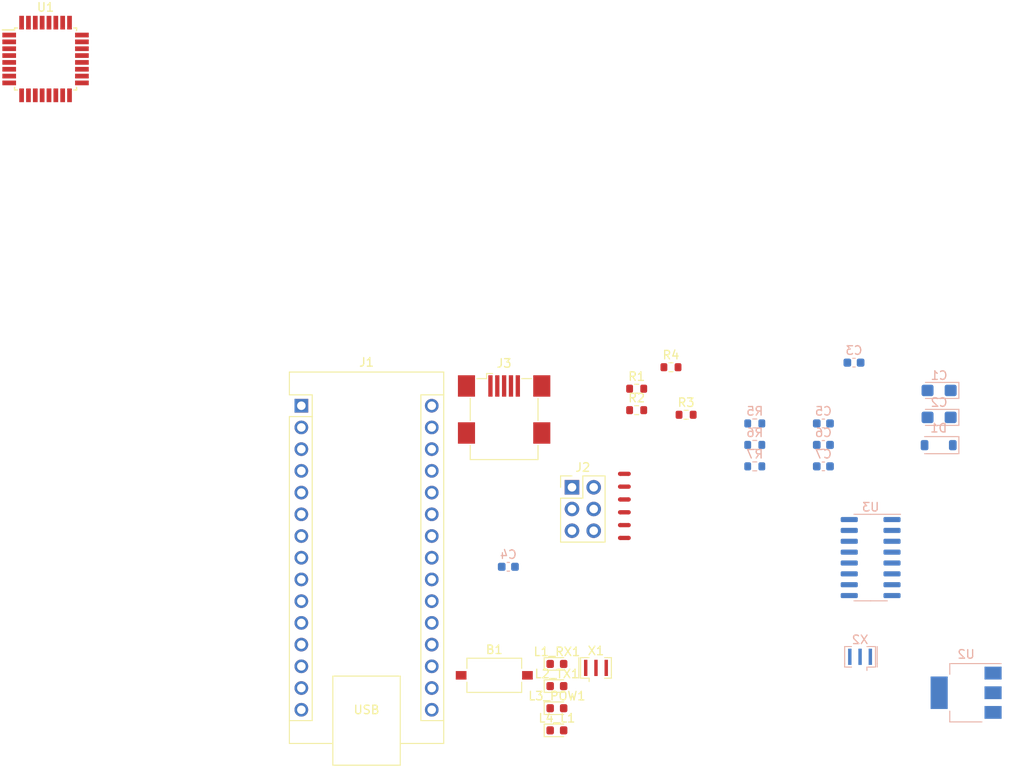
<source format=kicad_pcb>
(kicad_pcb (version 20221018) (generator pcbnew)
  (layers (0 "F.Cu" signal) (31 "B.Cu" signal) (34 "B.Paste" user) (35 "F.Paste" user) (36 "B.SilkS" user "B.Silkscreen") (37 "F.SilkS" user "F.Silkscreen") (38 "B.Mask" user) (39 "F.Mask" user) (44 "Edge.Cuts" user))
  (net 0 "")
  (net 1 "/tx_ch340")
  (net 2 "/pd0")
  (net 3 "/rx_ch340")
  (net 4 "/pd1")
  (net 5 "/pc6")
  (net 6 "+5V")
  (net 7 "+12V")
  (net 8 "Net-(U3-V3)")
  (net 9 "Net-(D1-A)")
  (net 10 "/pd2")
  (net 11 "/pd3")
  (net 12 "/pd4")
  (net 13 "/pd5")
  (net 14 "/pd6")
  (net 15 "/pd7")
  (net 16 "/pb0")
  (net 17 "/pb1")
  (net 18 "/pb2")
  (net 19 "/mosi")
  (net 20 "/miso")
  (net 21 "/pb5")
  (net 22 "+3V3")
  (net 23 "/aref")
  (net 24 "/adc0")
  (net 25 "/adc1")
  (net 26 "/adc2")
  (net 27 "/adc3")
  (net 28 "/adc4")
  (net 29 "/adc5")
  (net 30 "/adc6")
  (net 31 "/adc7")
  (net 32 "/usb_negative")
  (net 33 "/usb_plus")
  (net 34 "/usb_id")
  (net 35 "Net-(L1_RX1-K)")
  (net 36 "Net-(L2_TX1-K)")
  (net 37 "Net-(L3_POW1-A)")
  (net 38 "Net-(L4_L1-A)")
  (net 39 "/d13")
  (net 40 "Net-(U3-TXD)")
  (net 41 "Net-(U3-RXD)")
  (net 42 "/dtr")
  (net 43 "/pb6")
  (net 44 "/pb7")
  (net 45 "/xtal1_ch340")
  (net 46 "/xtal2_ch340")
  (net 47 "/cts")
  (net 48 "/dsr")
  (net 49 "/ri")
  (net 50 "/dcd")
  (net 51 "/rtr")
  (net 52 "/r232")
  (net 53 "GND")
  (footprint "oomlout_oomp_part_footprints:l6r_electronic_led_0603_red" (layer "F.Cu") (at 59.767 69.883)
    (fp_text reference "L3_POW1" (at 0 -1.43) (layer "F.SilkS"))
    (fp_text value "l6r")
    (fp_line (start -1.485 -0.735) (end -1.485 0.735) (stroke (width 0.12)) (layer "F.SilkS"))
    (fp_line (start -1.485 0.735) (end 0.8 0.735) (stroke (width 0.12)) (layer "F.SilkS"))
    (fp_line (start 0.8 -0.735) (end -1.485 -0.735) (stroke (width 0.12)) (layer "F.SilkS"))
    (pad "1" smd roundrect (at -0.7875 0) (size 0.875 0.95) (layers "F.Cu" "F.Paste" "F.Mask") (net 53 "GND"))
    (pad "2" smd roundrect (at 0.7875 0) (size 0.875 0.95) (layers "F.Cu" "F.Paste" "F.Mask") (net 37 "Net-(L3_POW1-A)"))
  )
  (footprint "oomlout_oomp_part_footprints:scumnsmo_electronic_socket_usb_mini_surface_mount_only" (layer "F.Cu") (at 53.597 34.793)
    (fp_text reference "J3" (at 0 -5.25) (layer "F.SilkS"))
    (fp_text value "scumnsmo")
    (fp_line (start -3.96 1.45) (end -3.96 -1.15) (stroke (width 0.12)) (layer "F.SilkS"))
    (fp_line (start -3.96 4.35) (end -3.96 6.01) (stroke (width 0.12)) (layer "F.SilkS"))
    (fp_line (start -3.96 6.01) (end 3.96 6.01) (stroke (width 0.12)) (layer "F.SilkS"))
    (fp_line (start -3.2 -3.46) (end -2.05 -3.46) (stroke (width 0.12)) (layer "F.SilkS"))
    (fp_line (start -2.05 -4.05) (end -1.35 -4.05) (stroke (width 0.12)) (layer "F.SilkS"))
    (fp_line (start -2.05 -3.46) (end -2.05 -4.05) (stroke (width 0.12)) (layer "F.SilkS"))
    (fp_line (start 2.05 -3.46) (end 3.2 -3.46) (stroke (width 0.12)) (layer "F.SilkS"))
    (fp_line (start 3.96 -1.15) (end 3.96 1.45) (stroke (width 0.12)) (layer "F.SilkS"))
    (fp_line (start 3.96 6.01) (end 3.96 4.35) (stroke (width 0.12)) (layer "F.SilkS"))
    (pad "" np_thru_hole circle (at -2.2 0) (size 0.9 0.9) (drill 0.9) (layers "*.Cu" "*.Mask"))
    (pad "" np_thru_hole circle (at 2.2 0) (size 0.9 0.9) (drill 0.9) (layers "*.Cu" "*.Mask"))
    (pad "1" smd rect (at -1.6 -2.6) (size 0.5 2.5) (layers "F.Cu" "F.Paste" "F.Mask") (net 9 "Net-(D1-A)"))
    (pad "2" smd rect (at -0.8 -2.6) (size 0.5 2.5) (layers "F.Cu" "F.Paste" "F.Mask") (net 32 "/usb_negative"))
    (pad "3" smd rect (at 0 -2.6) (size 0.5 2.5) (layers "F.Cu" "F.Paste" "F.Mask") (net 33 "/usb_plus"))
    (pad "4" smd rect (at 0.8 -2.6) (size 0.5 2.5) (layers "F.Cu" "F.Paste" "F.Mask") (net 34 "/usb_id"))
    (pad "5" smd rect (at 1.6 -2.6) (size 0.5 2.5) (layers "F.Cu" "F.Paste" "F.Mask") (net 53 "GND"))
    (pad "6" smd rect (at -4.4 -2.6) (size 2 2.5) (layers "F.Cu" "F.Paste" "F.Mask") (net 53 "GND"))
    (pad "6" smd rect (at -4.4 2.9) (size 2 2.5) (layers "F.Cu" "F.Paste" "F.Mask") (net 53 "GND"))
    (pad "6" smd rect (at 4.4 -2.6) (size 2 2.5) (layers "F.Cu" "F.Paste" "F.Mask") (net 53 "GND"))
    (pad "6" smd rect (at 4.4 2.9) (size 2 2.5) (layers "F.Cu" "F.Paste" "F.Mask") (net 53 "GND"))
  )
  (footprint "oomlout_oomp_part_footprints:xcr3213mhz16_electronic_ceramic_resonator_3213_3_pin_ground_pin_2_16_mega_hertz" (layer "F.Cu") (at 64.332 65.168)
    (fp_text reference "X1" (at 0 -2) (layer "F.SilkS"))
    (fp_text value "xcr3213mhz16")
    (fp_line (start -2 -1.2) (end -2 0.8) (stroke (width 0.12)) (layer "F.SilkS"))
    (fp_line (start -2 0.8) (end -2 1.2) (stroke (width 0.12)) (layer "F.SilkS"))
    (fp_line (start -1.8 -1.2) (end -0.8 -1.2) (stroke (width 0.12)) (layer "F.SilkS"))
    (fp_line (start -1.8 0.8) (end -1.8 -1.2) (stroke (width 0.12)) (layer "F.SilkS"))
    (fp_line (start -1.8 0.8) (end -1.8 1.2) (stroke (width 0.12)) (layer "F.SilkS"))
    (fp_line (start -0.8 1.2) (end -1.8 1.2) (stroke (width 0.12)) (layer "F.SilkS"))
    (fp_line (start -0.8 1.2) (end -0.8 1.6) (stroke (width 0.12)) (layer "F.SilkS"))
    (fp_line (start 1 -1.2) (end 1.8 -1.2) (stroke (width 0.12)) (layer "F.SilkS"))
    (fp_line (start 1.8 -1.2) (end 1.8 0.8) (stroke (width 0.12)) (layer "F.SilkS"))
    (fp_line (start 1.8 0.8) (end 1.8 1.2) (stroke (width 0.12)) (layer "F.SilkS"))
    (fp_line (start 1.8 1.2) (end 1 1.2) (stroke (width 0.12)) (layer "F.SilkS"))
    (pad "1" smd rect (at -1.2 0) (size 0.4 1.9) (layers "F.Cu" "F.Paste" "F.Mask") (net 43 "/pb6"))
    (pad "2" smd rect (at 0 0) (size 0.4 1.9) (layers "F.Cu" "F.Paste" "F.Mask") (net 53 "GND"))
    (pad "3" smd rect (at 1.2 0) (size 0.4 1.9) (layers "F.Cu" "F.Paste" "F.Mask") (net 44 "/pb7"))
  )
  (footprint "oomlout_oomp_part_footprints:l6r_electronic_led_0603_red" (layer "F.Cu") (at 59.767 67.293)
    (fp_text reference "L2_TX1" (at 0 -1.43) (layer "F.SilkS"))
    (fp_text value "l6r")
    (fp_line (start -1.485 -0.735) (end -1.485 0.735) (stroke (width 0.12)) (layer "F.SilkS"))
    (fp_line (start -1.485 0.735) (end 0.8 0.735) (stroke (width 0.12)) (layer "F.SilkS"))
    (fp_line (start 0.8 -0.735) (end -1.485 -0.735) (stroke (width 0.12)) (layer "F.SilkS"))
    (pad "1" smd roundrect (at -0.7875 0) (size 0.875 0.95) (layers "F.Cu" "F.Paste" "F.Mask") (net 36 "Net-(L2_TX1-K)"))
    (pad "2" smd roundrect (at 0.7875 0) (size 0.875 0.95) (layers "F.Cu" "F.Paste" "F.Mask") (net 6 "+5V"))
  )
  (footprint "oomlout_oomp_part_footprints:r6o102_electronic_resistor_0603_1000_ohm" (layer "F.Cu") (at 74.867 35.56)
    (fp_text reference "R3" (at 0 -1.43) (layer "F.SilkS"))
    (fp_text value "r6o102")
    (fp_line (start -0.237258 -0.5225) (end 0.237258 -0.5225) (stroke (width 0.12)) (layer "F.SilkS"))
    (fp_line (start -0.237258 0.5225) (end 0.237258 0.5225) (stroke (width 0.12)) (layer "F.SilkS"))
    (pad "1" smd roundrect (at -0.825 0) (size 0.8 0.95) (layers "F.Cu" "F.Paste" "F.Mask") (net 37 "Net-(L3_POW1-A)"))
    (pad "2" smd roundrect (at 0.825 0) (size 0.8 0.95) (layers "F.Cu" "F.Paste" "F.Mask") (net 6 "+5V"))
  )
  (footprint "oomlout_oomp_part_footprints:nt2_electronic_nettie_2_nets_smd" (layer "F.Cu") (at 67.652 46.968)
    (fp_text reference "nt2" hide)
    (fp_text value "nt2" hide)
    (fp_poly (pts (xy -0.5 -0.25) (xy 0.5 -0.25) (xy 0.5 0.25) (xy -0.5 0.25)) (fill solid) (layer "F.Cu"))
    (pad "1" smd circle (at -0.5 0) (size 0.5 0.5) (layers "F.Cu") (net 2 "/pd0"))
    (pad "2" smd circle (at 0.5 0) (size 0.5 0.5) (layers "F.Cu") (net 1 "/tx_ch340"))
  )
  (footprint "oomlout_oomp_part_footprints:r6o102_electronic_resistor_0603_1000_ohm" (layer "F.Cu") (at 73.098 30.002)
    (fp_text reference "R4" (at 0 -1.43) (layer "F.SilkS"))
    (fp_text value "r6o102")
    (fp_line (start -0.237258 -0.5225) (end 0.237258 -0.5225) (stroke (width 0.12)) (layer "F.SilkS"))
    (fp_line (start -0.237258 0.5225) (end 0.237258 0.5225) (stroke (width 0.12)) (layer "F.SilkS"))
    (pad "1" smd roundrect (at -0.825 0) (size 0.8 0.95) (layers "F.Cu" "F.Paste" "F.Mask") (net 38 "Net-(L4_L1-A)"))
    (pad "2" smd roundrect (at 0.825 0) (size 0.8 0.95) (layers "F.Cu" "F.Paste" "F.Mask") (net 39 "/d13"))
  )
  (footprint "oomlout_oomp_part_footprints:l6r_electronic_led_0603_red" (layer "F.Cu") (at 59.767 72.473)
    (fp_text reference "L4_L1" (at 0 -1.43) (layer "F.SilkS"))
    (fp_text value "l6r")
    (fp_line (start -1.485 -0.735) (end -1.485 0.735) (stroke (width 0.12)) (layer "F.SilkS"))
    (fp_line (start -1.485 0.735) (end 0.8 0.735) (stroke (width 0.12)) (layer "F.SilkS"))
    (fp_line (start 0.8 -0.735) (end -1.485 -0.735) (stroke (width 0.12)) (layer "F.SilkS"))
    (pad "1" smd roundrect (at -0.7875 0) (size 0.875 0.95) (layers "F.Cu" "F.Paste" "F.Mask") (net 53 "GND"))
    (pad "2" smd roundrect (at 0.7875 0) (size 0.875 0.95) (layers "F.Cu" "F.Paste" "F.Mask") (net 38 "Net-(L4_L1-A)"))
  )
  (footprint "oomlout_oomp_part_footprints:nt2_electronic_nettie_2_nets_smd" (layer "F.Cu") (at 67.652 49.968)
    (fp_text reference "nt6" hide)
    (fp_text value "nt2" hide)
    (fp_poly (pts (xy -0.5 -0.25) (xy 0.5 -0.25) (xy 0.5 0.25) (xy -0.5 0.25)) (fill solid) (layer "F.Cu"))
    (pad "1" smd circle (at -0.5 0) (size 0.5 0.5) (layers "F.Cu") (net 2 "/pd0"))
    (pad "2" smd circle (at 0.5 0) (size 0.5 0.5) (layers "F.Cu") (net 2 "/pd0"))
  )
  (footprint "oomlout_oomp_part_footprints:nt2_electronic_nettie_2_nets_smd" (layer "F.Cu") (at 67.652 42.468)
    (fp_text reference "1111" hide)
    (fp_text value "nt2" hide)
    (fp_poly (pts (xy -0.5 -0.25) (xy 0.5 -0.25) (xy 0.5 0.25) (xy -0.5 0.25)) (fill solid) (layer "F.Cu"))
    (pad "1" smd circle (at -0.5 0) (size 0.5 0.5) (layers "F.Cu") (net 1 "/tx_ch340"))
    (pad "2" smd circle (at 0.5 0) (size 0.5 0.5) (layers "F.Cu") (net 2 "/pd0"))
  )
  (footprint "oomlout_oomp_part_footprints:l6r_electronic_led_0603_red" (layer "F.Cu") (at 59.767 64.703)
    (fp_text reference "L1_RX1" (at 0 -1.43) (layer "F.SilkS"))
    (fp_text value "l6r")
    (fp_line (start -1.485 -0.735) (end -1.485 0.735) (stroke (width 0.12)) (layer "F.SilkS"))
    (fp_line (start -1.485 0.735) (end 0.8 0.735) (stroke (width 0.12)) (layer "F.SilkS"))
    (fp_line (start 0.8 -0.735) (end -1.485 -0.735) (stroke (width 0.12)) (layer "F.SilkS"))
    (pad "1" smd roundrect (at -0.7875 0) (size 0.875 0.95) (layers "F.Cu" "F.Paste" "F.Mask") (net 35 "Net-(L1_RX1-K)"))
    (pad "2" smd roundrect (at 0.7875 0) (size 0.875 0.95) (layers "F.Cu" "F.Paste" "F.Mask") (net 6 "+5V"))
  )
  (footprint "oomlout_oomp_part_footprints:r6o102_electronic_resistor_0603_1000_ohm" (layer "F.Cu") (at 69.088 32.512)
    (fp_text reference "R1" (at 0 -1.43) (layer "F.SilkS"))
    (fp_text value "r6o102")
    (fp_line (start -0.237258 -0.5225) (end 0.237258 -0.5225) (stroke (width 0.12)) (layer "F.SilkS"))
    (fp_line (start -0.237258 0.5225) (end 0.237258 0.5225) (stroke (width 0.12)) (layer "F.SilkS"))
    (pad "1" smd roundrect (at -0.825 0) (size 0.8 0.95) (layers "F.Cu" "F.Paste" "F.Mask") (net 35 "Net-(L1_RX1-K)"))
    (pad "2" smd roundrect (at 0.825 0) (size 0.8 0.95) (layers "F.Cu" "F.Paste" "F.Mask") (net 2 "/pd0"))
  )
  (footprint "oomlout_oomp_part_footprints:r6o102_electronic_resistor_0603_1000_ohm" (layer "F.Cu") (at 69.088 35.022)
    (fp_text reference "R2" (at 0 -1.43) (layer "F.SilkS"))
    (fp_text value "r6o102")
    (fp_line (start -0.237258 -0.5225) (end 0.237258 -0.5225) (stroke (width 0.12)) (layer "F.SilkS"))
    (fp_line (start -0.237258 0.5225) (end 0.237258 0.5225) (stroke (width 0.12)) (layer "F.SilkS"))
    (pad "1" smd roundrect (at -0.825 0) (size 0.8 0.95) (layers "F.Cu" "F.Paste" "F.Mask") (net 36 "Net-(L2_TX1-K)"))
    (pad "2" smd roundrect (at 0.825 0) (size 0.8 0.95) (layers "F.Cu" "F.Paste" "F.Mask") (net 4 "/pd1"))
  )
  (footprint "oomlout_oomp_part_footprints:hi12x3p_electronic_header_2d54_mm_dual_row_2x3_dual_row_6_pin" (layer "F.Cu") (at 61.527 44.043)
    (fp_text reference "J2" (at 1.27 -2.33) (layer "F.SilkS"))
    (fp_text value "hi12x3p")
    (fp_line (start -1.33 -1.33) (end 0 -1.33) (stroke (width 0.12)) (layer "F.SilkS"))
    (fp_line (start -1.33 0) (end -1.33 -1.33) (stroke (width 0.12)) (layer "F.SilkS"))
    (fp_line (start -1.33 1.27) (end -1.33 6.41) (stroke (width 0.12)) (layer "F.SilkS"))
    (fp_line (start -1.33 1.27) (end 1.27 1.27) (stroke (width 0.12)) (layer "F.SilkS"))
    (fp_line (start -1.33 6.41) (end 3.87 6.41) (stroke (width 0.12)) (layer "F.SilkS"))
    (fp_line (start 1.27 -1.33) (end 3.87 -1.33) (stroke (width 0.12)) (layer "F.SilkS"))
    (fp_line (start 1.27 1.27) (end 1.27 -1.33) (stroke (width 0.12)) (layer "F.SilkS"))
    (fp_line (start 3.87 -1.33) (end 3.87 6.41) (stroke (width 0.12)) (layer "F.SilkS"))
    (pad "1" thru_hole rect (at 0 0) (size 1.7 1.7) (drill 1) (layers "*.Cu" "*.Mask") (net 20 "/miso"))
    (pad "2" thru_hole oval (at 2.54 0) (size 1.7 1.7) (drill 1) (layers "*.Cu" "*.Mask") (net 6 "+5V"))
    (pad "3" thru_hole oval (at 0 2.54) (size 1.7 1.7) (drill 1) (layers "*.Cu" "*.Mask") (net 21 "/pb5"))
    (pad "4" thru_hole oval (at 2.54 2.54) (size 1.7 1.7) (drill 1) (layers "*.Cu" "*.Mask") (net 19 "/mosi"))
    (pad "5" thru_hole oval (at 0 5.08) (size 1.7 1.7) (drill 1) (layers "*.Cu" "*.Mask") (net 5 "/pc6"))
    (pad "6" thru_hole oval (at 2.54 5.08) (size 1.7 1.7) (drill 1) (layers "*.Cu" "*.Mask") (net 53 "GND"))
  )
  (footprint "oomlout_oomp_part_footprints:b3560s_electronic_button_3_5_mm_x_6_mm_x_2_5_mm_surface_mount" (layer "F.Cu") (at 52.447 66.033)
    (fp_text reference "B1" (at 0 -3 unlocked) (layer "F.SilkS"))
    (fp_text value "b3560s")
    (fp_line (start -3.2 -2) (end -3.2 -0.8) (stroke (width 0.12)) (layer "F.SilkS"))
    (fp_line (start -3.2 0.8) (end -3.2 2) (stroke (width 0.12)) (layer "F.SilkS"))
    (fp_line (start -3.2 2) (end 3.2 2) (stroke (width 0.12)) (layer "F.SilkS"))
    (fp_line (start 3.2 -2) (end -3.2 -2) (stroke (width 0.12)) (layer "F.SilkS"))
    (fp_line (start 3.2 -0.8) (end 3.2 -2) (stroke (width 0.12)) (layer "F.SilkS"))
    (fp_line (start 3.2 2) (end 3.2 0.8) (stroke (width 0.12)) (layer "F.SilkS"))
    (pad "1" smd rect (at -3.875 0) (size 1.25 1) (layers "F.Cu" "F.Paste" "F.Mask") (net 5 "/pc6"))
    (pad "2" smd rect (at 3.875 0) (size 1.25 1) (layers "F.Cu" "F.Paste" "F.Mask") (net 53 "GND"))
  )
  (footprint "oomlout_oomp_part_footprints:itq32at328_electronic_ic_tqfp_32_mcu_atmega328_microchip_atmega328p_aur" (layer "F.Cu") (at 0 -6.05)
    (fp_text reference "U1" (at 0 -6.05) (layer "F.SilkS"))
    (fp_text value "itq32at328")
    (fp_line (start -3.625 -3.625) (end -3.625 -3.4) (stroke (width 0.15)) (layer "F.SilkS"))
    (fp_line (start -3.625 -3.625) (end -3.3 -3.625) (stroke (width 0.15)) (layer "F.SilkS"))
    (fp_line (start -3.625 -3.4) (end -5.05 -3.4) (stroke (width 0.15)) (layer "F.SilkS"))
    (fp_line (start -3.625 3.625) (end -3.625 3.3) (stroke (width 0.15)) (layer "F.SilkS"))
    (fp_line (start -3.625 3.625) (end -3.3 3.625) (stroke (width 0.15)) (layer "F.SilkS"))
    (fp_line (start 3.625 -3.625) (end 3.3 -3.625) (stroke (width 0.15)) (layer "F.SilkS"))
    (fp_line (start 3.625 -3.625) (end 3.625 -3.3) (stroke (width 0.15)) (layer "F.SilkS"))
    (fp_line (start 3.625 3.625) (end 3.3 3.625) (stroke (width 0.15)) (layer "F.SilkS"))
    (fp_line (start 3.625 3.625) (end 3.625 3.3) (stroke (width 0.15)) (layer "F.SilkS"))
    (pad "1" smd rect (at -4.25 -2.8) (size 1.6 0.55) (layers "F.Cu" "F.Paste" "F.Mask") (net 11 "/pd3"))
    (pad "2" smd rect (at -4.25 -2) (size 1.6 0.55) (layers "F.Cu" "F.Paste" "F.Mask") (net 12 "/pd4"))
    (pad "3" smd rect (at -4.25 -1.2) (size 1.6 0.55) (layers "F.Cu" "F.Paste" "F.Mask") (net 53 "GND"))
    (pad "4" smd rect (at -4.25 -0.4) (size 1.6 0.55) (layers "F.Cu" "F.Paste" "F.Mask") (net 6 "+5V"))
    (pad "5" smd rect (at -4.25 0.4) (size 1.6 0.55) (layers "F.Cu" "F.Paste" "F.Mask") (net 53 "GND"))
    (pad "6" smd rect (at -4.25 1.2) (size 1.6 0.55) (layers "F.Cu" "F.Paste" "F.Mask") (net 6 "+5V"))
    (pad "7" smd rect (at -4.25 2) (size 1.6 0.55) (layers "F.Cu" "F.Paste" "F.Mask") (net 43 "/pb6"))
    (pad "8" smd rect (at -4.25 2.8) (size 1.6 0.55) (layers "F.Cu" "F.Paste" "F.Mask") (net 44 "/pb7"))
    (pad "9" smd rect (at -2.8 4.25 90) (size 1.6 0.55) (layers "F.Cu" "F.Paste" "F.Mask") (net 13 "/pd5"))
    (pad "10" smd rect (at -2 4.25 90) (size 1.6 0.55) (layers "F.Cu" "F.Paste" "F.Mask") (net 14 "/pd6"))
    (pad "11" smd rect (at -1.2 4.25 90) (size 1.6 0.55) (layers "F.Cu" "F.Paste" "F.Mask") (net 15 "/pd7"))
    (pad "12" smd rect (at -0.4 4.25 90) (size 1.6 0.55) (layers "F.Cu" "F.Paste" "F.Mask") (net 16 "/pb0"))
    (pad "13" smd rect (at 0.4 4.25 90) (size 1.6 0.55) (layers "F.Cu" "F.Paste" "F.Mask") (net 17 "/pb1"))
    (pad "14" smd rect (at 1.2 4.25 90) (size 1.6 0.55) (layers "F.Cu" "F.Paste" "F.Mask") (net 18 "/pb2"))
    (pad "15" smd rect (at 2 4.25 90) (size 1.6 0.55) (layers "F.Cu" "F.Paste" "F.Mask") (net 19 "/mosi"))
    (pad "16" smd rect (at 2.8 4.25 90) (size 1.6 0.55) (layers "F.Cu" "F.Paste" "F.Mask") (net 20 "/miso"))
    (pad "17" smd rect (at 4.25 2.8) (size 1.6 0.55) (layers "F.Cu" "F.Paste" "F.Mask") (net 21 "/pb5"))
    (pad "18" smd rect (at 4.25 2) (size 1.6 0.55) (layers "F.Cu" "F.Paste" "F.Mask") (net 6 "+5V"))
    (pad "19" smd rect (at 4.25 1.2) (size 1.6 0.55) (layers "F.Cu" "F.Paste" "F.Mask") (net 30 "/adc6"))
    (pad "20" smd rect (at 4.25 0.4) (size 1.6 0.55) (layers "F.Cu" "F.Paste" "F.Mask") (net 23 "/aref"))
    (pad "21" smd rect (at 4.25 -0.4) (size 1.6 0.55) (layers "F.Cu" "F.Paste" "F.Mask") (net 53 "GND"))
    (pad "22" smd rect (at 4.25 -1.2) (size 1.6 0.55) (layers "F.Cu" "F.Paste" "F.Mask") (net 31 "/adc7"))
    (pad "23" smd rect (at 4.25 -2) (size 1.6 0.55) (layers "F.Cu" "F.Paste" "F.Mask") (net 24 "/adc0"))
    (pad "24" smd rect (at 4.25 -2.8) (size 1.6 0.55) (layers "F.Cu" "F.Paste" "F.Mask") (net 25 "/adc1"))
    (pad "25" smd rect (at 2.8 -4.25 90) (size 1.6 0.55) (layers "F.Cu" "F.Paste" "F.Mask") (net 26 "/adc2"))
    (pad "26" smd rect (at 2 -4.25 90) (size 1.6 0.55) (layers "F.Cu" "F.Paste" "F.Mask") (net 27 "/adc3"))
    (pad "27" smd rect (at 1.2 -4.25 90) (size 1.6 0.55) (layers "F.Cu" "F.Paste" "F.Mask") (net 28 "/adc4"))
    (pad "28" smd rect (at 0.4 -4.25 90) (size 1.6 0.55) (layers "F.Cu" "F.Paste" "F.Mask") (net 29 "/adc5"))
    (pad "29" smd rect (at -0.4 -4.25 90) (size 1.6 0.55) (layers "F.Cu" "F.Paste" "F.Mask") (net 5 "/pc6"))
    (pad "30" smd rect (at -1.2 -4.25 90) (size 1.6 0.55) (layers "F.Cu" "F.Paste" "F.Mask") (net 2 "/pd0"))
    (pad "31" smd rect (at -2 -4.25 90) (size 1.6 0.55) (layers "F.Cu" "F.Paste" "F.Mask") (net 4 "/pd1"))
    (pad "32" smd rect (at -2.8 -4.25 90) (size 1.6 0.55) (layers "F.Cu" "F.Paste" "F.Mask") (net 10 "/pd2"))
  )
  (footprint "oomlout_oomp_part_footprints:nt2_electronic_nettie_2_nets_smd" (layer "F.Cu") (at 67.652 43.968)
    (fp_text reference "11111" hide)
    (fp_text value "nt2" hide)
    (fp_poly (pts (xy -0.5 -0.25) (xy 0.5 -0.25) (xy 0.5 0.25) (xy -0.5 0.25)) (fill solid) (layer "F.Cu"))
    (pad "1" smd circle (at -0.5 0) (size 0.5 0.5) (layers "F.Cu") (net 3 "/rx_ch340"))
    (pad "2" smd circle (at 0.5 0) (size 0.5 0.5) (layers "F.Cu") (net 4 "/pd1"))
  )
  (footprint "oomlout_oomp_part_footprints:nt2_electronic_nettie_2_nets_smd" (layer "F.Cu") (at 67.652 48.468)
    (fp_text reference "nt5" hide)
    (fp_text value "nt2" hide)
    (fp_poly (pts (xy -0.5 -0.25) (xy 0.5 -0.25) (xy 0.5 0.25) (xy -0.5 0.25)) (fill solid) (layer "F.Cu"))
    (pad "1" smd circle (at -0.5 0) (size 0.5 0.5) (layers "F.Cu") (net 4 "/pd1"))
    (pad "2" smd circle (at 0.5 0) (size 0.5 0.5) (layers "F.Cu") (net 4 "/pd1"))
  )
  (footprint "oomlout_oomp_part_footprints:nt2_electronic_nettie_2_nets_smd" (layer "F.Cu") (at 67.652 45.468)
    (fp_text reference "nt1" hide)
    (fp_text value "nt2" hide)
    (fp_poly (pts (xy -0.5 -0.25) (xy 0.5 -0.25) (xy 0.5 0.25) (xy -0.5 0.25)) (fill solid) (layer "F.Cu"))
    (pad "1" smd circle (at -0.5 0) (size 0.5 0.5) (layers "F.Cu") (net 4 "/pd1"))
    (pad "2" smd circle (at 0.5 0) (size 0.5 0.5) (layers "F.Cu") (net 3 "/rx_ch340"))
  )
  (footprint "oomlout_oomp_part_footprints:bbat328_electronic_breakout_board_mcu_atmega328_shennie" (layer "F.Cu") (at 29.897 34.503)
    (fp_text reference "J1" (at 7.62 -5.08) (layer "F.SilkS"))
    (fp_text value "bbat328")
    (fp_text user "USB" (at 7.62 35.56 unlocked) (layer "F.SilkS"))
    (fp_line (start -1.4 -3.94) (end -1.4 -1.27) (stroke (width 0.12)) (layer "F.SilkS"))
    (fp_line (start -1.4 1.27) (end -1.4 39.5) (stroke (width 0.12)) (layer "F.SilkS"))
    (fp_line (start -1.4 39.5) (end 3.68 39.5) (stroke (width 0.12)) (layer "F.SilkS"))
    (fp_line (start 1.27 -1.27) (end -1.4 -1.27) (stroke (width 0.12)) (layer "F.SilkS"))
    (fp_line (start 1.27 1.27) (end -1.4 1.27) (stroke (width 0.12)) (layer "F.SilkS"))
    (fp_line (start 1.27 1.27) (end 1.27 -1.27) (stroke (width 0.12)) (layer "F.SilkS"))
    (fp_line (start 1.27 1.27) (end 1.27 36.83) (stroke (width 0.12)) (layer "F.SilkS"))
    (fp_line (start 1.27 36.83) (end -1.4 36.83) (stroke (width 0.12)) (layer "F.SilkS"))
    (fp_line (start 3.68 31.62) (end 11.56 31.62) (stroke (width 0.12)) (layer "F.SilkS"))
    (fp_line (start 3.68 42.04) (end 3.68 31.62) (stroke (width 0.12)) (layer "F.SilkS"))
    (fp_line (start 11.56 31.62) (end 11.56 42.04) (stroke (width 0.12)) (layer "F.SilkS"))
    (fp_line (start 11.56 42.04) (end 3.68 42.04) (stroke (width 0.12)) (layer "F.SilkS"))
    (fp_line (start 13.97 -1.27) (end 13.97 36.83) (stroke (width 0.12)) (layer "F.SilkS"))
    (fp_line (start 13.97 -1.27) (end 16.64 -1.27) (stroke (width 0.12)) (layer "F.SilkS"))
    (fp_line (start 13.97 36.83) (end 16.64 36.83) (stroke (width 0.12)) (layer "F.SilkS"))
    (fp_line (start 16.64 -3.94) (end -1.4 -3.94) (stroke (width 0.12)) (layer "F.SilkS"))
    (fp_line (start 16.64 39.5) (end 11.56 39.5) (stroke (width 0.12)) (layer "F.SilkS"))
    (fp_line (start 16.64 39.5) (end 16.64 -3.94) (stroke (width 0.12)) (layer "F.SilkS"))
    (pad "" np_thru_hole circle (at 0 -2.54) (size 1.78 1.78) (drill 1.78) (layers "*.Cu" "*.Mask"))
    (pad "" np_thru_hole circle (at 0 38.1) (size 1.78 1.78) (drill 1.78) (layers "*.Cu" "*.Mask"))
    (pad "" np_thru_hole circle (at 15.24 -2.54) (size 1.78 1.78) (drill 1.78) (layers "*.Cu" "*.Mask"))
    (pad "" np_thru_hole circle (at 15.24 38.1) (size 1.78 1.78) (drill 1.78) (layers "*.Cu" "*.Mask"))
    (pad "1" thru_hole rect (at 0 0) (size 1.6 1.6) (drill 1) (layers "*.Cu" "*.Mask") (net 4 "/pd1"))
    (pad "2" thru_hole oval (at 0 2.54) (size 1.6 1.6) (drill 1) (layers "*.Cu" "*.Mask") (net 2 "/pd0"))
    (pad "3" thru_hole oval (at 0 5.08) (size 1.6 1.6) (drill 1) (layers "*.Cu" "*.Mask") (net 5 "/pc6"))
    (pad "4" thru_hole oval (at 0 7.62) (size 1.6 1.6) (drill 1) (layers "*.Cu" "*.Mask") (net 53 "GND"))
    (pad "5" thru_hole oval (at 0 10.16) (size 1.6 1.6) (drill 1) (layers "*.Cu" "*.Mask") (net 10 "/pd2"))
    (pad "6" thru_hole oval (at 0 12.7) (size 1.6 1.6) (drill 1) (layers "*.Cu" "*.Mask") (net 11 "/pd3"))
    (pad "7" thru_hole oval (at 0 15.24) (size 1.6 1.6) (drill 1) (layers "*.Cu" "*.Mask") (net 12 "/pd4"))
    (pad "8" thru_hole oval (at 0 17.78) (size 1.6 1.6) (drill 1) (layers "*.Cu" "*.Mask") (net 13 "/pd5"))
    (pad "9" thru_hole oval (at 0 20.32) (size 1.6 1.6) (drill 1) (layers "*.Cu" "*.Mask") (net 14 "/pd6"))
    (pad "10" thru_hole oval (at 0 22.86) (size 1.6 1.6) (drill 1) (layers "*.Cu" "*.Mask") (net 15 "/pd7"))
    (pad "11" thru_hole oval (at 0 25.4) (size 1.6 1.6) (drill 1) (layers "*.Cu" "*.Mask") (net 16 "/pb0"))
    (pad "12" thru_hole oval (at 0 27.94) (size 1.6 1.6) (drill 1) (layers "*.Cu" "*.Mask") (net 17 "/pb1"))
    (pad "13" thru_hole oval (at 0 30.48) (size 1.6 1.6) (drill 1) (layers "*.Cu" "*.Mask") (net 18 "/pb2"))
    (pad "14" thru_hole oval (at 0 33.02) (size 1.6 1.6) (drill 1) (layers "*.Cu" "*.Mask") (net 19 "/mosi"))
    (pad "15" thru_hole oval (at 0 35.56) (size 1.6 1.6) (drill 1) (layers "*.Cu" "*.Mask") (net 20 "/miso"))
    (pad "16" thru_hole oval (at 15.24 35.56) (size 1.6 1.6) (drill 1) (layers "*.Cu" "*.Mask") (net 21 "/pb5"))
    (pad "17" thru_hole oval (at 15.24 33.02) (size 1.6 1.6) (drill 1) (layers "*.Cu" "*.Mask") (net 22 "+3V3"))
    (pad "18" thru_hole oval (at 15.24 30.48) (size 1.6 1.6) (drill 1) (layers "*.Cu" "*.Mask") (net 23 "/aref"))
    (pad "19" thru_hole oval (at 15.24 27.94) (size 1.6 1.6) (drill 1) (layers "*.Cu" "*.Mask") (net 24 "/adc0"))
    (pad "20" thru_hole oval (at 15.24 25.4) (size 1.6 1.6) (drill 1) (layers "*.Cu" "*.Mask") (net 25 "/adc1"))
    (pad "21" thru_hole oval (at 15.24 22.86) (size 1.6 1.6) (drill 1) (layers "*.Cu" "*.Mask") (net 26 "/adc2"))
    (pad "22" thru_hole oval (at 15.24 20.32) (size 1.6 1.6) (drill 1) (layers "*.Cu" "*.Mask") (net 27 "/adc3"))
    (pad "23" thru_hole oval (at 15.24 17.78) (size 1.6 1.6) (drill 1) (layers "*.Cu" "*.Mask") (net 28 "/adc4"))
    (pad "24" thru_hole oval (at 15.24 15.24) (size 1.6 1.6) (drill 1) (layers "*.Cu" "*.Mask") (net 29 "/adc5"))
    (pad "25" thru_hole oval (at 15.24 12.7) (size 1.6 1.6) (drill 1) (layers "*.Cu" "*.Mask") (net 30 "/adc6"))
    (pad "26" thru_hole oval (at 15.24 10.16) (size 1.6 1.6) (drill 1) (layers "*.Cu" "*.Mask") (net 31 "/adc7"))
    (pad "27" thru_hole oval (at 15.24 7.62) (size 1.6 1.6) (drill 1) (layers "*.Cu" "*.Mask") (net 6 "+5V"))
    (pad "28" thru_hole oval (at 15.24 5.08) (size 1.6 1.6) (drill 1) (layers "*.Cu" "*.Mask") (net 5 "/pc6"))
    (pad "29" thru_hole oval (at 15.24 2.54) (size 1.6 1.6) (drill 1) (layers "*.Cu" "*.Mask") (net 53 "GND"))
    (pad "30" thru_hole oval (at 15.24 0) (size 1.6 1.6) (drill 1) (layers "*.Cu" "*.Mask") (net 7 "+12V"))
  )
  (footprint "oomlout_oomp_part_footprints:r6o102_electronic_resistor_0603_1000_ohm" (layer "B.Cu") (at 82.89181 41.596 180)
    (fp_text reference "R7" (at 0 1.43) (layer "B.SilkS") (effects (justify mirror)))
    (fp_text value "r6o102")
    (fp_line (start -0.237258 -0.5225) (end 0.237258 -0.5225) (stroke (width 0.12)) (layer "B.SilkS"))
    (fp_line (start -0.237258 0.5225) (end 0.237258 0.5225) (stroke (width 0.12)) (layer "B.SilkS"))
    (pad "1" smd roundrect (at -0.825 0 180) (size 0.8 0.95) (layers "B.Cu" "B.Paste" "B.Mask") (net 42 "/dtr"))
    (pad "2" smd roundrect (at 0.825 0 180) (size 0.8 0.95) (layers "B.Cu" "B.Paste" "B.Mask") (net 6 "+5V"))
  )
  (footprint "oomlout_oomp_part_footprints:catuf4d716v_electronic_capacitor_3216_avx_a_tantalum_4_7_micro_farad_16_volt" (layer "B.Cu") (at 104.43681 32.716 180)
    (fp_text reference "C1" (at 0 1.75) (layer "B.SilkS") (effects (justify mirror)))
    (fp_text value "catuf4d716v")
    (fp_line (start -2.31 -0.935) (end 1.6 -0.935) (stroke (width 0.12)) (layer "B.SilkS"))
    (fp_line (start -2.31 0.935) (end -2.31 -0.935) (stroke (width 0.12)) (layer "B.SilkS"))
    (fp_line (start 1.6 0.935) (end -2.31 0.935) (stroke (width 0.12)) (layer "B.SilkS"))
    (pad "1" smd roundrect (at -1.35 0 180) (size 1.4 1.35) (layers "B.Cu" "B.Paste" "B.Mask") (roundrect_rratio 0.185185) (net 7 "+12V"))
    (pad "2" smd roundrect (at 1.35 0 180) (size 1.4 1.35) (layers "B.Cu" "B.Paste" "B.Mask") (roundrect_rratio 0.185185) (net 53 "GND"))
  )
  (footprint "oomlout_oomp_part_footprints:isp16ch340g_electronic_ic_sop_16_converter_usb_to_serial_converter_wch_ch340g" (layer "B.Cu") (at 96.43481 52.264 180)
    (fp_text reference "U3" (at 0 5.9) (layer "B.SilkS") (effects (justify mirror)))
    (fp_text value "isp16ch340g")
    (fp_line (start 0 -5.06) (end -1.95 -5.06) (stroke (width 0.12)) (layer "B.SilkS"))
    (fp_line (start 0 -5.06) (end 1.95 -5.06) (stroke (width 0.12)) (layer "B.SilkS"))
    (fp_line (start 0 5.06) (end -3.5 5.06) (stroke (width 0.12)) (layer "B.SilkS"))
    (fp_line (start 0 5.06) (end 1.95 5.06) (stroke (width 0.12)) (layer "B.SilkS"))
    (pad "1" smd roundrect (at -2.5 4.445 180) (size 2 0.6) (layers "B.Cu" "B.Paste" "B.Mask") (net 53 "GND"))
    (pad "2" smd roundrect (at -2.5 3.175 180) (size 2 0.6) (layers "B.Cu" "B.Paste" "B.Mask") (net 40 "Net-(U3-TXD)"))
    (pad "3" smd roundrect (at -2.5 1.905 180) (size 2 0.6) (layers "B.Cu" "B.Paste" "B.Mask") (net 41 "Net-(U3-RXD)"))
    (pad "4" smd roundrect (at -2.5 0.635 180) (size 2 0.6) (layers "B.Cu" "B.Paste" "B.Mask") (net 8 "Net-(U3-V3)"))
    (pad "5" smd roundrect (at -2.5 -0.635 180) (size 2 0.6) (layers "B.Cu" "B.Paste" "B.Mask") (net 33 "/usb_plus"))
    (pad "6" smd roundrect (at -2.5 -1.905 180) (size 2 0.6) (layers "B.Cu" "B.Paste" "B.Mask") (net 32 "/usb_negative"))
    (pad "7" smd roundrect (at -2.5 -3.175 180) (size 2 0.6) (layers "B.Cu" "B.Paste" "B.Mask") (net 45 "/xtal1_ch340"))
    (pad "8" smd roundrect (at -2.5 -4.445 180) (size 2 0.6) (layers "B.Cu" "B.Paste" "B.Mask") (net 46 "/xtal2_ch340"))
    (pad "9" smd roundrect (at 2.5 -4.445 180) (size 2 0.6) (layers "B.Cu" "B.Paste" "B.Mask") (net 47 "/cts"))
    (pad "10" smd roundrect (at 2.5 -3.175 180) (size 2 0.6) (layers "B.Cu" "B.Paste" "B.Mask") (net 48 "/dsr"))
    (pad "11" smd roundrect (at 2.5 -1.905 180) (size 2 0.6) (layers "B.Cu" "B.Paste" "B.Mask") (net 49 "/ri"))
    (pad "12" smd roundrect (at 2.5 -0.635 180) (size 2 0.6) (layers "B.Cu" "B.Paste" "B.Mask") (net 50 "/dcd"))
    (pad "13" smd roundrect (at 2.5 0.635 180) (size 2 0.6) (layers "B.Cu" "B.Paste" "B.Mask") (net 42 "/dtr"))
    (pad "14" smd roundrect (at 2.5 1.905 180) (size 2 0.6) (layers "B.Cu" "B.Paste" "B.Mask") (net 51 "/rtr"))
    (pad "15" smd roundrect (at 2.5 3.175 180) (size 2 0.6) (layers "B.Cu" "B.Paste" "B.Mask") (net 52 "/r232"))
    (pad "16" smd roundrect (at 2.5 4.445 180) (size 2 0.6) (layers "B.Cu" "B.Paste" "B.Mask") (net 6 "+5V"))
  )
  (footprint "oomlout_oomp_part_footprints:pms22311171d5v_electronic_pmic_sot_223_linear_1117_1_5_volt" (layer "B.Cu") (at 107.594 68.072 180)
    (fp_text reference "U2" (at 0 4.5) (layer "B.SilkS") (effects (justify mirror)))
    (fp_text value "pms22311171d5v")
    (fp_line (start -4.1 3.41) (end 1.91 3.41) (stroke (width 0.12)) (layer "B.SilkS"))
    (fp_line (start -1.85 -3.41) (end 1.91 -3.41) (stroke (width 0.12)) (layer "B.SilkS"))
    (fp_line (start 1.91 -3.41) (end 1.91 -2.15) (stroke (width 0.12)) (layer "B.SilkS"))
    (fp_line (start 1.91 3.41) (end 1.91 2.15) (stroke (width 0.12)) (layer "B.SilkS"))
    (pad "1" smd rect (at -3.15 2.3 180) (size 2 1.5) (layers "B.Cu" "B.Paste" "B.Mask") (net 53 "GND"))
    (pad "2" smd rect (at -3.15 0 180) (size 2 1.5) (layers "B.Cu" "B.Paste" "B.Mask") (net 6 "+5V"))
    (pad "2" smd rect (at 3.15 0 180) (size 2 3.8) (layers "B.Cu" "B.Paste" "B.Mask") (net 6 "+5V"))
    (pad "3" smd rect (at -3.15 -2.3 180) (size 2 1.5) (layers "B.Cu" "B.Paste" "B.Mask") (net 7 "+12V"))
  )
  (footprint "oomlout_oomp_part_footprints:r6o102_electronic_resistor_0603_1000_ohm" (layer "B.Cu") (at 82.89181 36.576 180)
    (fp_text reference "R5" (at 0 1.43) (layer "B.SilkS") (effects (justify mirror)))
    (fp_text value "r6o102")
    (fp_line (start -0.237258 -0.5225) (end 0.237258 -0.5225) (stroke (width 0.12)) (layer "B.SilkS"))
    (fp_line (start -0.237258 0.5225) (end 0.237258 0.5225) (stroke (width 0.12)) (layer "B.SilkS"))
    (pad "1" smd roundrect (at -0.825 0 180) (size 0.8 0.95) (layers "B.Cu" "B.Paste" "B.Mask") (net 40 "Net-(U3-TXD)"))
    (pad "2" smd roundrect (at 0.825 0 180) (size 0.8 0.95) (layers "B.Cu" "B.Paste" "B.Mask") (net 1 "/tx_ch340"))
  )
  (footprint "oomlout_oomp_part_footprints:c6nf100_electronic_capacitor_0603_100_nano_farad" (layer "B.Cu") (at 90.91181 39.086 180)
    (fp_text reference "C6" (at 0 1.43) (layer "B.SilkS") (effects (justify mirror)))
    (fp_text value "c6nf100")
    (fp_line (start -0.14058 -0.51) (end 0.14058 -0.51) (stroke (width 0.12)) (layer "B.SilkS"))
    (fp_line (start -0.14058 0.51) (end 0.14058 0.51) (stroke (width 0.12)) (layer "B.SilkS"))
    (pad "1" smd roundrect (at -0.775 0 180) (size 0.9 0.95) (layers "B.Cu" "B.Paste" "B.Mask") (net 6 "+5V"))
    (pad "2" smd roundrect (at 0.775 0 180) (size 0.9 0.95) (layers "B.Cu" "B.Paste" "B.Mask") (net 53 "GND"))
  )
  (footprint "oomlout_oomp_part_footprints:c6nf100_electronic_capacitor_0603_100_nano_farad" (layer "B.Cu") (at 90.91181 41.596 180)
    (fp_text reference "C7" (at 0 1.43) (layer "B.SilkS") (effects (justify mirror)))
    (fp_text value "c6nf100")
    (fp_line (start -0.14058 -0.51) (end 0.14058 -0.51) (stroke (width 0.12)) (layer "B.SilkS"))
    (fp_line (start -0.14058 0.51) (end 0.14058 0.51) (stroke (width 0.12)) (layer "B.SilkS"))
    (pad "1" smd roundrect (at -0.775 0 180) (size 0.9 0.95) (layers "B.Cu" "B.Paste" "B.Mask") (net 7 "+12V"))
    (pad "2" smd roundrect (at 0.775 0 180) (size 0.9 0.95) (layers "B.Cu" "B.Paste" "B.Mask") (net 53 "GND"))
  )
  (footprint "oomlout_oomp_part_footprints:dssod123pmb2_electronic_diode_schottky_sod_123_package_marking_b2_mbr0520" (layer "B.Cu") (at 104.38681 39.116 180)
    (fp_text reference "D1" (at 0 2) (layer "B.SilkS") (effects (justify mirror)))
    (fp_text value "dssod123pmb2")
    (fp_line (start -2.36 -1) (end 1.65 -1) (stroke (width 0.12)) (layer "B.SilkS"))
    (fp_line (start -2.36 1) (end -2.36 -1) (stroke (width 0.12)) (layer "B.SilkS"))
    (fp_line (start -2.36 1) (end 1.65 1) (stroke (width 0.12)) (layer "B.SilkS"))
    (pad "1" smd roundrect (at -1.65 0 180) (size 0.9 1.2) (layers "B.Cu" "B.Paste" "B.Mask") (net 6 "+5V"))
    (pad "2" smd roundrect (at 1.65 0 180) (size 0.9 1.2) (layers "B.Cu" "B.Paste" "B.Mask") (net 9 "Net-(D1-A)"))
  )
  (footprint "oomlout_oomp_part_footprints:catuf4d716v_electronic_capacitor_3216_avx_a_tantalum_4_7_micro_farad_16_volt" (layer "B.Cu") (at 104.43681 35.866 180)
    (fp_text reference "C2" (at 0 1.75) (layer "B.SilkS") (effects (justify mirror)))
    (fp_text value "catuf4d716v")
    (fp_line (start -2.31 -0.935) (end 1.6 -0.935) (stroke (width 0.12)) (layer "B.SilkS"))
    (fp_line (start -2.31 0.935) (end -2.31 -0.935) (stroke (width 0.12)) (layer "B.SilkS"))
    (fp_line (start 1.6 0.935) (end -2.31 0.935) (stroke (width 0.12)) (layer "B.SilkS"))
    (pad "1" smd roundrect (at -1.35 0 180) (size 1.4 1.35) (layers "B.Cu" "B.Paste" "B.Mask") (roundrect_rratio 0.185185) (net 6 "+5V"))
    (pad "2" smd roundrect (at 1.35 0 180) (size 1.4 1.35) (layers "B.Cu" "B.Paste" "B.Mask") (roundrect_rratio 0.185185) (net 53 "GND"))
  )
  (footprint "oomlout_oomp_part_footprints:xcr3213mhz12_electronic_ceramic_resonator_3213_3_pin_ground_pin_2_12_mega_hertz" (layer "B.Cu") (at 95.19981 63.869 180)
    (fp_text reference "X2" (at 0 2) (layer "B.SilkS") (effects (justify mirror)))
    (fp_text value "xcr3213mhz12")
    (fp_line (start -2 -0.8) (end -2 -1.2) (stroke (width 0.12)) (layer "B.SilkS"))
    (fp_line (start -2 1.2) (end -2 -0.8) (stroke (width 0.12)) (layer "B.SilkS"))
    (fp_line (start -1.8 -0.8) (end -1.8 -1.2) (stroke (width 0.12)) (layer "B.SilkS"))
    (fp_line (start -1.8 -0.8) (end -1.8 1.2) (stroke (width 0.12)) (layer "B.SilkS"))
    (fp_line (start -1.8 1.2) (end -0.8 1.2) (stroke (width 0.12)) (layer "B.SilkS"))
    (fp_line (start -0.8 -1.2) (end -1.8 -1.2) (stroke (width 0.12)) (layer "B.SilkS"))
    (fp_line (start -0.8 -1.2) (end -0.8 -1.6) (stroke (width 0.12)) (layer "B.SilkS"))
    (fp_line (start 1 1.2) (end 1.8 1.2) (stroke (width 0.12)) (layer "B.SilkS"))
    (fp_line (start 1.8 -1.2) (end 1 -1.2) (stroke (width 0.12)) (layer "B.SilkS"))
    (fp_line (start 1.8 -0.8) (end 1.8 -1.2) (stroke (width 0.12)) (layer "B.SilkS"))
    (fp_line (start 1.8 1.2) (end 1.8 -0.8) (stroke (width 0.12)) (layer "B.SilkS"))
    (pad "1" smd rect (at -1.2 0 180) (size 0.4 1.9) (layers "B.Cu" "B.Paste" "B.Mask") (net 45 "/xtal1_ch340"))
    (pad "2" smd rect (at 0 0 180) (size 0.4 1.9) (layers "B.Cu" "B.Paste" "B.Mask") (net 53 "GND"))
    (pad "3" smd rect (at 1.2 0 180) (size 0.4 1.9) (layers "B.Cu" "B.Paste" "B.Mask") (net 46 "/xtal2_ch340"))
  )
  (footprint "oomlout_oomp_part_footprints:c6nf100_electronic_capacitor_0603_100_nano_farad" (layer "B.Cu") (at 54.089 53.34 180)
    (fp_text reference "C4" (at 0 1.43) (layer "B.SilkS") (effects (justify mirror)))
    (fp_text value "c6nf100")
    (fp_line (start -0.14058 -0.51) (end 0.14058 -0.51) (stroke (width 0.12)) (layer "B.SilkS"))
    (fp_line (start -0.14058 0.51) (end 0.14058 0.51) (stroke (width 0.12)) (layer "B.SilkS"))
    (pad "1" smd roundrect (at -0.775 0 180) (size 0.9 0.95) (layers "B.Cu" "B.Paste" "B.Mask") (net 6 "+5V"))
    (pad "2" smd roundrect (at 0.775 0 180) (size 0.9 0.95) (layers "B.Cu" "B.Paste" "B.Mask") (net 53 "GND"))
  )
  (footprint "oomlout_oomp_part_footprints:c6nf100_electronic_capacitor_0603_100_nano_farad" (layer "B.Cu") (at 90.91181 36.576 180)
    (fp_text reference "C5" (at 0 1.43) (layer "B.SilkS") (effects (justify mirror)))
    (fp_text value "c6nf100")
    (fp_line (start -0.14058 -0.51) (end 0.14058 -0.51) (stroke (width 0.12)) (layer "B.SilkS"))
    (fp_line (start -0.14058 0.51) (end 0.14058 0.51) (stroke (width 0.12)) (layer "B.SilkS"))
    (pad "1" smd roundrect (at -0.775 0 180) (size 0.9 0.95) (layers "B.Cu" "B.Paste" "B.Mask") (net 6 "+5V"))
    (pad "2" smd roundrect (at 0.775 0 180) (size 0.9 0.95) (layers "B.Cu" "B.Paste" "B.Mask") (net 5 "/pc6"))
  )
  (footprint "oomlout_oomp_part_footprints:r6o102_electronic_resistor_0603_1000_ohm" (layer "B.Cu") (at 82.89181 39.086 180)
    (fp_text reference "R6" (at 0 1.43) (layer "B.SilkS") (effects (justify mirror)))
    (fp_text value "r6o102")
    (fp_line (start -0.237258 -0.5225) (end 0.237258 -0.5225) (stroke (width 0.12)) (layer "B.SilkS"))
    (fp_line (start -0.237258 0.5225) (end 0.237258 0.5225) (stroke (width 0.12)) (layer "B.SilkS"))
    (pad "1" smd roundrect (at -0.825 0 180) (size 0.8 0.95) (layers "B.Cu" "B.Paste" "B.Mask") (net 41 "Net-(U3-RXD)"))
    (pad "2" smd roundrect (at 0.825 0 180) (size 0.8 0.95) (layers "B.Cu" "B.Paste" "B.Mask") (net 3 "/rx_ch340"))
  )
  (footprint "oomlout_oomp_part_footprints:c6nf10_electronic_capacitor_0603_10_nano_farad" (layer "B.Cu") (at 94.488 29.464 180)
    (fp_text reference "C3" (at 0 1.43) (layer "B.SilkS") (effects (justify mirror)))
    (fp_text value "c6nf10")
    (fp_line (start -0.14058 -0.51) (end 0.14058 -0.51) (stroke (width 0.12)) (layer "B.SilkS"))
    (fp_line (start -0.14058 0.51) (end 0.14058 0.51) (stroke (width 0.12)) (layer "B.SilkS"))
    (pad "1" smd roundrect (at -0.775 0 180) (size 0.9 0.95) (layers "B.Cu" "B.Paste" "B.Mask") (net 8 "Net-(U3-V3)"))
    (pad "2" smd roundrect (at 0.775 0 180) (size 0.9 0.95) (layers "B.Cu" "B.Paste" "B.Mask") (net 53 "GND"))
  )
)
</source>
